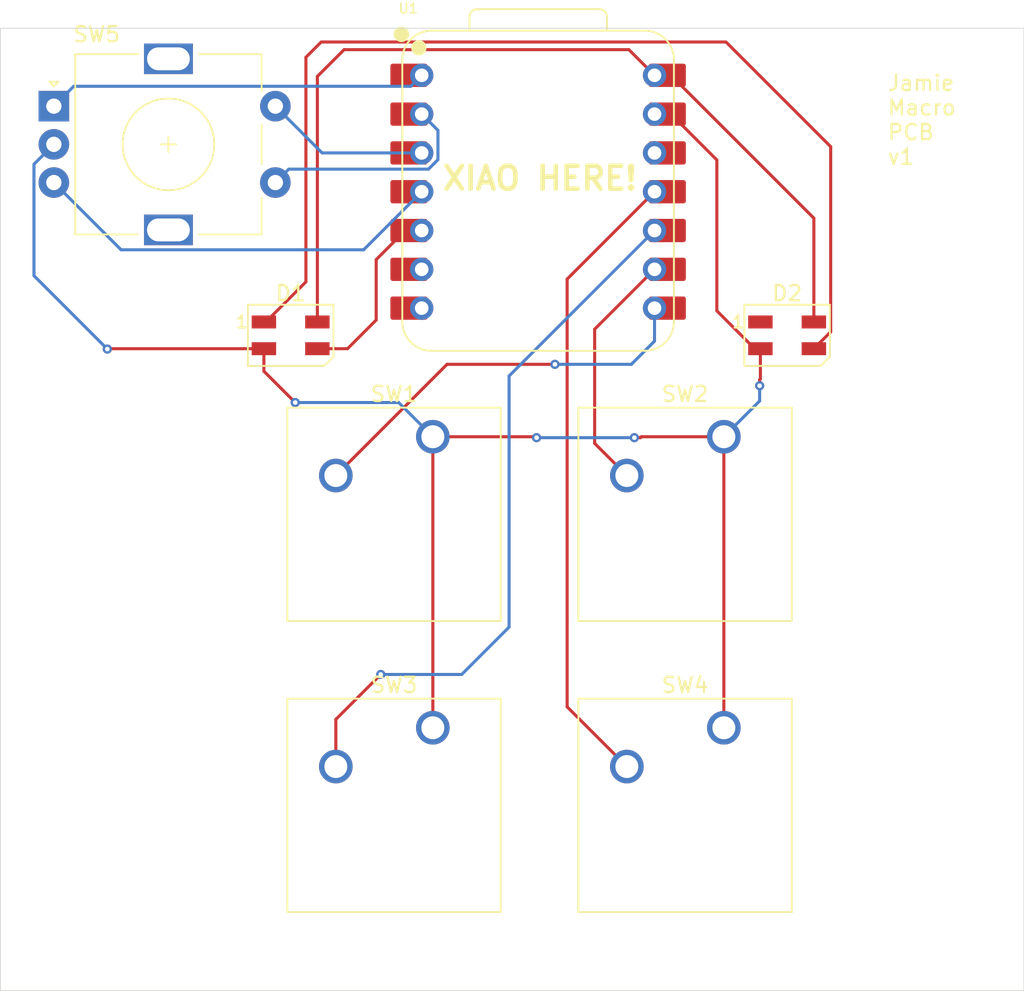
<source format=kicad_pcb>
(kicad_pcb (version 20241229) (generator "pcbnew") (generator_version "9.0")
  (layers (0 "F.Cu" signal) (2 "B.Cu" signal) (13 "F.Paste" user) (15 "B.Paste" user) (5 "F.SilkS" user "F.Silkscreen") (7 "B.SilkS" user "B.Silkscreen") (1 "F.Mask" user) (3 "B.Mask" user) (25 "Edge.Cuts" user))
  (net 0 "")
  (net 1 "+5V")
  (net 2 "Net-(D1-DIN)")
  (net 3 "GND")
  (net 4 "Net-(D1-DOUT)")
  (net 6 "Net-(U1-GPIO1{slash}RX)")
  (net 7 "Net-(U1-GPIO2{slash}SCK)")
  (net 8 "Net-(U1-GPIO4{slash}MISO)")
  (net 9 "Net-(U1-GPIO3{slash}MOSI)")
  (net 10 "Net-(U1-GPIO28{slash}ADC2{slash}A2)")
  (net 12 "Net-(U1-GPIO27{slash}ADC1{slash}A1)")
  (net 14 "Net-(U1-GPIO29{slash}ADC3{slash}A3)")
  (net 15 "Net-(U1-GPIO26{slash}ADC0{slash}A0)")
  (footprint "Button_Switch_Keyboard:SW_Cherry_MX_1.00u_PCB" (layer "F.Cu") (at 57.30875 87.78875)
    (property "Reference" "SW3" (at -2.54 -2.794 0) (layer "F.SilkS"))
    (property "Value" "SW_Push")
    (fp_line (start -9.525 -1.905) (end 4.445 -1.905) (stroke (width 0.12)) (layer "F.SilkS"))
    (fp_line (start -9.525 12.065) (end -9.525 -1.905) (stroke (width 0.12)) (layer "F.SilkS"))
    (fp_line (start 4.445 -1.905) (end 4.445 12.065) (stroke (width 0.12)) (layer "F.SilkS"))
    (fp_line (start 4.445 12.065) (end -9.525 12.065) (stroke (width 0.12)) (layer "F.SilkS"))
    (pad "" np_thru_hole circle (at -7.62 5.08) (size 1.7 1.7) (drill 1.7) (layers "*.Cu" "*.Mask"))
    (pad "" np_thru_hole circle (at -2.54 5.08) (size 4 4) (drill 4) (layers "*.Cu" "*.Mask"))
    (pad "" np_thru_hole circle (at 2.54 5.08) (size 1.7 1.7) (drill 1.7) (layers "*.Cu" "*.Mask"))
    (pad "1" thru_hole circle (at 0 0) (size 2.2 2.2) (drill 1.5) (layers "*.Cu" "*.Mask") (net 3 "GND"))
    (pad "2" thru_hole circle (at -6.35 2.54) (size 2.2 2.2) (drill 1.5) (layers "*.Cu" "*.Mask") (net 8 "Net-(U1-GPIO4{slash}MISO)"))
  )
  (footprint "LED_SMD:LED_SK6812MINI_PLCC4_3.5x3.5mm_P1.75mm" (layer "F.Cu") (at 48 62.1)
    (property "Reference" "D1" (at 0 -2.75 0) (layer "F.SilkS"))
    (property "Value" "SK6812MINI")
    (fp_line (start -2.8 -2) (end -2.8 2) (stroke (width 0.12)) (layer "F.SilkS"))
    (fp_line (start -2.8 -2) (end 2.8 -2) (stroke (width 0.12)) (layer "F.SilkS"))
    (fp_line (start -2.8 2) (end 2.2 2) (stroke (width 0.12)) (layer "F.SilkS"))
    (fp_line (start 2.8 1.4) (end 2.2 2) (stroke (width 0.12)) (layer "F.SilkS"))
    (fp_line (start 2.8 1.4) (end 2.8 -2) (stroke (width 0.12)) (layer "F.SilkS"))
    (fp_text user "1" (at -3.2 -0.875 0) (layer "F.SilkS") (effects (font (size 0.8 0.8))))
    (pad "1" smd rect (at -1.75 -0.875) (size 1.6 0.85) (layers "F.Cu" "F.Mask" "F.Paste") (net 4 "Net-(D1-DOUT)"))
    (pad "2" smd rect (at -1.75 0.875) (size 1.6 0.85) (layers "F.Cu" "F.Mask" "F.Paste") (net 3 "GND"))
    (pad "3" smd rect (at 1.75 0.875) (size 1.6 0.85) (layers "F.Cu" "F.Mask" "F.Paste") (net 2 "Net-(D1-DIN)"))
    (pad "4" smd rect (at 1.75 -0.875) (size 1.6 0.85) (layers "F.Cu" "F.Mask" "F.Paste") (net 1 "+5V"))
  )
  (footprint "Button_Switch_Keyboard:SW_Cherry_MX_1.00u_PCB" (layer "F.Cu") (at 76.35875 87.78875)
    (property "Reference" "SW4" (at -2.54 -2.794 0) (layer "F.SilkS"))
    (property "Value" "SW_Push")
    (fp_line (start -9.525 -1.905) (end 4.445 -1.905) (stroke (width 0.12)) (layer "F.SilkS"))
    (fp_line (start -9.525 12.065) (end -9.525 -1.905) (stroke (width 0.12)) (layer "F.SilkS"))
    (fp_line (start 4.445 -1.905) (end 4.445 12.065) (stroke (width 0.12)) (layer "F.SilkS"))
    (fp_line (start 4.445 12.065) (end -9.525 12.065) (stroke (width 0.12)) (layer "F.SilkS"))
    (pad "" np_thru_hole circle (at -7.62 5.08) (size 1.7 1.7) (drill 1.7) (layers "*.Cu" "*.Mask"))
    (pad "" np_thru_hole circle (at -2.54 5.08) (size 4 4) (drill 4) (layers "*.Cu" "*.Mask"))
    (pad "" np_thru_hole circle (at 2.54 5.08) (size 1.7 1.7) (drill 1.7) (layers "*.Cu" "*.Mask"))
    (pad "1" thru_hole circle (at 0 0) (size 2.2 2.2) (drill 1.5) (layers "*.Cu" "*.Mask") (net 3 "GND"))
    (pad "2" thru_hole circle (at -6.35 2.54) (size 2.2 2.2) (drill 1.5) (layers "*.Cu" "*.Mask") (net 9 "Net-(U1-GPIO3{slash}MOSI)"))
  )
  (footprint "Button_Switch_Keyboard:SW_Cherry_MX_1.00u_PCB" (layer "F.Cu") (at 57.30875 68.73875)
    (property "Reference" "SW1" (at -2.54 -2.794 0) (layer "F.SilkS"))
    (property "Value" "SW_Push")
    (fp_line (start -9.525 -1.905) (end 4.445 -1.905) (stroke (width 0.12)) (layer "F.SilkS"))
    (fp_line (start -9.525 12.065) (end -9.525 -1.905) (stroke (width 0.12)) (layer "F.SilkS"))
    (fp_line (start 4.445 -1.905) (end 4.445 12.065) (stroke (width 0.12)) (layer "F.SilkS"))
    (fp_line (start 4.445 12.065) (end -9.525 12.065) (stroke (width 0.12)) (layer "F.SilkS"))
    (pad "" np_thru_hole circle (at -7.62 5.08) (size 1.7 1.7) (drill 1.7) (layers "*.Cu" "*.Mask"))
    (pad "" np_thru_hole circle (at -2.54 5.08) (size 4 4) (drill 4) (layers "*.Cu" "*.Mask"))
    (pad "" np_thru_hole circle (at 2.54 5.08) (size 1.7 1.7) (drill 1.7) (layers "*.Cu" "*.Mask"))
    (pad "1" thru_hole circle (at 0 0) (size 2.2 2.2) (drill 1.5) (layers "*.Cu" "*.Mask") (net 3 "GND"))
    (pad "2" thru_hole circle (at -6.35 2.54) (size 2.2 2.2) (drill 1.5) (layers "*.Cu" "*.Mask") (net 6 "Net-(U1-GPIO1{slash}RX)"))
  )
  (footprint "OPL Lib:XIAO-RP2040-DIP" (layer "F.Cu") (at 64.2 52.7)
    (property "Reference" "U1" (at -8.5 -12 0) (layer "F.SilkS") (effects (font (size 0.635 0.635) (thickness 0.1016))))
    (property "Value" "XIAO-RP2040-DIP" (hide yes))
    (fp_line (start -8.89 8.509) (end -8.89 -8.636) (stroke (width 0.127)) (layer "F.SilkS"))
    (fp_line (start -6.985 10.414) (end 6.985 10.414) (stroke (width 0.127)) (layer "F.SilkS"))
    (fp_line (start -4.495 -10.541) (end -4.491272 -11.451272) (stroke (width 0.127)) (layer "F.SilkS"))
    (fp_line (start -3.991272 -11.951) (end 4.004 -11.951) (stroke (width 0.127)) (layer "F.SilkS"))
    (fp_line (start 4.504 -11.451) (end 4.504 -10.541) (stroke (width 0.127)) (layer "F.SilkS"))
    (fp_line (start 6.985 -10.541) (end -6.985 -10.541) (stroke (width 0.1)) (layer "F.SilkS"))
    (fp_line (start 6.985 -10.541) (end -6.985 -10.541) (stroke (width 0.127)) (layer "F.SilkS"))
    (fp_line (start 8.89 8.509) (end 8.89 -8.636) (stroke (width 0.127)) (layer "F.SilkS"))
    (fp_arc (start -8.89 -8.636) (mid -8.332038 -9.983038) (end -6.985 -10.541) (stroke (width 0.127)) (layer "F.SilkS"))
    (fp_arc (start -6.985 10.414) (mid -8.332038 9.856038) (end -8.89 8.509) (stroke (width 0.127)) (layer "F.SilkS"))
    (fp_arc (start -4.491272 -11.451272) (mid -4.344728 -11.80464) (end -3.991272 -11.951) (stroke (width 0.127)) (layer "F.SilkS"))
    (fp_arc (start 4.004 -11.951) (mid 4.357553 -11.804553) (end 4.504 -11.451) (stroke (width 0.127)) (layer "F.SilkS"))
    (fp_arc (start 6.985 -10.541) (mid 8.332038 -9.983038) (end 8.89 -8.636) (stroke (width 0.127)) (layer "F.SilkS"))
    (fp_arc (start 8.89 8.509) (mid 8.332038 9.856038) (end 6.985 10.414) (stroke (width 0.127)) (layer "F.SilkS"))
    (fp_circle (center -8.95 -10.3) (end -8.95 -10.554) (stroke (width 0.5)) (fill yes) (layer "F.SilkS"))
    (fp_circle (center -7.807 -9.42) (end -7.807 -9.674) (stroke (width 0.5)) (fill yes) (layer "F.SilkS"))
    (pad "1" smd roundrect (at -8.455 -7.62 180) (size 2.432 1.524) (layers "F.Cu" "F.Mask") (roundrect_rratio 0.1) (net 15 "Net-(U1-GPIO26{slash}ADC0{slash}A0)"))
    (pad "1" thru_hole circle (at -7.62 -7.62 180) (size 1.524 1.524) (drill 0.889) (layers "*.Cu" "*.Mask") (net 15 "Net-(U1-GPIO26{slash}ADC0{slash}A0)"))
    (pad "2" smd roundrect (at -8.455 -5.08 180) (size 2.432 1.524) (layers "F.Cu" "F.Mask") (roundrect_rratio 0.1) (net 12 "Net-(U1-GPIO27{slash}ADC1{slash}A1)"))
    (pad "2" thru_hole circle (at -7.62 -5.08 180) (size 1.524 1.524) (drill 0.889) (layers "*.Cu" "*.Mask") (net 12 "Net-(U1-GPIO27{slash}ADC1{slash}A1)"))
    (pad "3" smd roundrect (at -8.455 -2.54 180) (size 2.432 1.524) (layers "F.Cu" "F.Mask") (roundrect_rratio 0.1) (net 10 "Net-(U1-GPIO28{slash}ADC2{slash}A2)"))
    (pad "3" thru_hole circle (at -7.62 -2.54 180) (size 1.524 1.524) (drill 0.889) (layers "*.Cu" "*.Mask") (net 10 "Net-(U1-GPIO28{slash}ADC2{slash}A2)"))
    (pad "4" smd roundrect (at -8.455 0 180) (size 2.432 1.524) (layers "F.Cu" "F.Mask") (roundrect_rratio 0.1) (net 14 "Net-(U1-GPIO29{slash}ADC3{slash}A3)"))
    (pad "4" thru_hole circle (at -7.62 0 180) (size 1.524 1.524) (drill 0.889) (layers "*.Cu" "*.Mask") (net 14 "Net-(U1-GPIO29{slash}ADC3{slash}A3)"))
    (pad "5" smd roundrect (at -8.455 2.54 180) (size 2.432 1.524) (layers "F.Cu" "F.Mask") (roundrect_rratio 0.1) (net 2 "Net-(D1-DIN)"))
    (pad "5" thru_hole circle (at -7.62 2.54 180) (size 1.524 1.524) (drill 0.889) (layers "*.Cu" "*.Mask") (net 2 "Net-(D1-DIN)"))
    (pad "6" smd roundrect (at -8.455 5.08 180) (size 2.432 1.524) (layers "F.Cu" "F.Mask") (roundrect_rratio 0.1))
    (pad "6" thru_hole circle (at -7.62 5.08 180) (size 1.524 1.524) (drill 0.889) (layers "*.Cu" "*.Mask"))
    (pad "7" smd roundrect (at -8.455 7.62 180) (size 2.432 1.524) (layers "F.Cu" "F.Mask") (roundrect_rratio 0.1))
    (pad "7" thru_hole circle (at -7.62 7.62 180) (size 1.524 1.524) (drill 0.889) (layers "*.Cu" "*.Mask"))
    (pad "8" thru_hole circle (at 7.62 7.62) (size 1.524 1.524) (drill 0.889) (layers "*.Cu" "*.Mask") (net 6 "Net-(U1-GPIO1{slash}RX)"))
    (pad "8" smd roundrect (at 8.455 7.62) (size 2.432 1.524) (layers "F.Cu" "F.Mask") (roundrect_rratio 0.1) (net 6 "Net-(U1-GPIO1{slash}RX)"))
    (pad "9" thru_hole circle (at 7.62 5.08) (size 1.524 1.524) (drill 0.889) (layers "*.Cu" "*.Mask") (net 7 "Net-(U1-GPIO2{slash}SCK)"))
    (pad "9" smd roundrect (at 8.455 5.08) (size 2.432 1.524) (layers "F.Cu" "F.Mask") (roundrect_rratio 0.1) (net 7 "Net-(U1-GPIO2{slash}SCK)"))
    (pad "10" thru_hole circle (at 7.62 2.54) (size 1.524 1.524) (drill 0.889) (layers "*.Cu" "*.Mask") (net 8 "Net-(U1-GPIO4{slash}MISO)"))
    (pad "10" smd roundrect (at 8.455 2.54) (size 2.432 1.524) (layers "F.Cu" "F.Mask") (roundrect_rratio 0.1) (net 8 "Net-(U1-GPIO4{slash}MISO)"))
    (pad "11" thru_hole circle (at 7.62 0) (size 1.524 1.524) (drill 0.889) (layers "*.Cu" "*.Mask") (net 9 "Net-(U1-GPIO3{slash}MOSI)"))
    (pad "11" smd roundrect (at 8.455 0) (size 2.432 1.524) (layers "F.Cu" "F.Mask") (roundrect_rratio 0.1) (net 9 "Net-(U1-GPIO3{slash}MOSI)"))
    (pad "12" thru_hole circle (at 7.62 -2.54) (size 1.524 1.524) (drill 0.889) (layers "*.Cu" "*.Mask"))
    (pad "12" smd roundrect (at 8.455 -2.54) (size 2.432 1.524) (layers "F.Cu" "F.Mask") (roundrect_rratio 0.1))
    (pad "13" thru_hole circle (at 7.62 -5.08) (size 1.524 1.524) (drill 0.889) (layers "*.Cu" "*.Mask") (net 3 "GND"))
    (pad "13" smd roundrect (at 8.455 -5.08) (size 2.432 1.524) (layers "F.Cu" "F.Mask") (roundrect_rratio 0.1) (net 3 "GND"))
    (pad "14" thru_hole circle (at 7.62 -7.62) (size 1.524 1.524) (drill 0.889) (layers "*.Cu" "*.Mask") (net 1 "+5V"))
    (pad "14" smd roundrect (at 8.455 -7.62) (size 2.432 1.524) (layers "F.Cu" "F.Mask") (roundrect_rratio 0.1) (net 1 "+5V"))
  )
  (footprint "Button_Switch_Keyboard:SW_Cherry_MX_1.00u_PCB" (layer "F.Cu") (at 76.35875 68.73875)
    (property "Reference" "SW2" (at -2.54 -2.794 0) (layer "F.SilkS"))
    (property "Value" "SW_Push")
    (fp_line (start -9.525 -1.905) (end 4.445 -1.905) (stroke (width 0.12)) (layer "F.SilkS"))
    (fp_line (start -9.525 12.065) (end -9.525 -1.905) (stroke (width 0.12)) (layer "F.SilkS"))
    (fp_line (start 4.445 -1.905) (end 4.445 12.065) (stroke (width 0.12)) (layer "F.SilkS"))
    (fp_line (start 4.445 12.065) (end -9.525 12.065) (stroke (width 0.12)) (layer "F.SilkS"))
    (pad "" np_thru_hole circle (at -7.62 5.08) (size 1.7 1.7) (drill 1.7) (layers "*.Cu" "*.Mask"))
    (pad "" np_thru_hole circle (at -2.54 5.08) (size 4 4) (drill 4) (layers "*.Cu" "*.Mask"))
    (pad "" np_thru_hole circle (at 2.54 5.08) (size 1.7 1.7) (drill 1.7) (layers "*.Cu" "*.Mask"))
    (pad "1" thru_hole circle (at 0 0) (size 2.2 2.2) (drill 1.5) (layers "*.Cu" "*.Mask") (net 3 "GND"))
    (pad "2" thru_hole circle (at -6.35 2.54) (size 2.2 2.2) (drill 1.5) (layers "*.Cu" "*.Mask") (net 7 "Net-(U1-GPIO2{slash}SCK)"))
  )
  (footprint "LED_SMD:LED_SK6812MINI_PLCC4_3.5x3.5mm_P1.75mm" (layer "F.Cu") (at 80.5 62.1)
    (property "Reference" "D2" (at 0 -2.75 0) (layer "F.SilkS"))
    (property "Value" "SK6812MINI")
    (fp_line (start -2.8 -2) (end -2.8 2) (stroke (width 0.12)) (layer "F.SilkS"))
    (fp_line (start -2.8 -2) (end 2.8 -2) (stroke (width 0.12)) (layer "F.SilkS"))
    (fp_line (start -2.8 2) (end 2.2 2) (stroke (width 0.12)) (layer "F.SilkS"))
    (fp_line (start 2.8 1.4) (end 2.2 2) (stroke (width 0.12)) (layer "F.SilkS"))
    (fp_line (start 2.8 1.4) (end 2.8 -2) (stroke (width 0.12)) (layer "F.SilkS"))
    (fp_text user "1" (at -3.2 -0.875 0) (layer "F.SilkS") (effects (font (size 0.8 0.8))))
    (pad "1" smd rect (at -1.75 -0.875) (size 1.6 0.85) (layers "F.Cu" "F.Mask" "F.Paste"))
    (pad "2" smd rect (at -1.75 0.875) (size 1.6 0.85) (layers "F.Cu" "F.Mask" "F.Paste") (net 3 "GND"))
    (pad "3" smd rect (at 1.75 0.875) (size 1.6 0.85) (layers "F.Cu" "F.Mask" "F.Paste") (net 4 "Net-(D1-DOUT)"))
    (pad "4" smd rect (at 1.75 -0.875) (size 1.6 0.85) (layers "F.Cu" "F.Mask" "F.Paste") (net 1 "+5V"))
  )
  (footprint "RotEnc EC11:RotaryEncoder_Alps_EC11E-Switch_Vertical_H20mm" (layer "F.Cu") (at 32.5 47.1)
    (property "Reference" "SW5" (at 2.8 -4.7 0) (layer "F.SilkS"))
    (property "Value" "RotaryEncoder_Switch")
    (fp_line (start -0.3 -1.6) (end 0.3 -1.6) (stroke (width 0.12)) (layer "F.SilkS"))
    (fp_line (start 0 -1.3) (end -0.3 -1.6) (stroke (width 0.12)) (layer "F.SilkS"))
    (fp_line (start 0.3 -1.6) (end 0 -1.3) (stroke (width 0.12)) (layer "F.SilkS"))
    (fp_line (start 1.4 -3.4) (end 1.4 8.4) (stroke (width 0.12)) (layer "F.SilkS"))
    (fp_line (start 5.5 -3.4) (end 1.4 -3.4) (stroke (width 0.12)) (layer "F.SilkS"))
    (fp_line (start 5.5 8.4) (end 1.4 8.4) (stroke (width 0.12)) (layer "F.SilkS"))
    (fp_line (start 7 2.5) (end 8 2.5) (stroke (width 0.12)) (layer "F.SilkS"))
    (fp_line (start 7.5 2) (end 7.5 3) (stroke (width 0.12)) (layer "F.SilkS"))
    (fp_line (start 9.5 -3.4) (end 13.6 -3.4) (stroke (width 0.12)) (layer "F.SilkS"))
    (fp_line (start 13.6 -3.4) (end 13.6 -1) (stroke (width 0.12)) (layer "F.SilkS"))
    (fp_line (start 13.6 1.2) (end 13.6 3.8) (stroke (width 0.12)) (layer "F.SilkS"))
    (fp_line (start 13.6 6) (end 13.6 8.4) (stroke (width 0.12)) (layer "F.SilkS"))
    (fp_line (start 13.6 8.4) (end 9.5 8.4) (stroke (width 0.12)) (layer "F.SilkS"))
    (fp_circle (center 7.5 2.5) (end 10.5 2.5) (stroke (width 0.12)) (fill no) (layer "F.SilkS"))
    (pad "A" thru_hole rect (at 0 0) (size 2 2) (drill 1) (layers "*.Cu" "*.Mask") (net 15 "Net-(U1-GPIO26{slash}ADC0{slash}A0)"))
    (pad "B" thru_hole circle (at 0 5) (size 2 2) (drill 1) (layers "*.Cu" "*.Mask") (net 14 "Net-(U1-GPIO29{slash}ADC3{slash}A3)"))
    (pad "C" thru_hole circle (at 0 2.5) (size 2 2) (drill 1) (layers "*.Cu" "*.Mask") (net 3 "GND"))
    (pad "MP" thru_hole rect (at 7.5 -3.1) (size 3.2 2) (drill oval 2.8 1.5) (layers "*.Cu" "*.Mask"))
    (pad "MP" thru_hole rect (at 7.5 8.1) (size 3.2 2) (drill oval 2.8 1.5) (layers "*.Cu" "*.Mask"))
    (pad "S1" thru_hole circle (at 14.5 5) (size 2 2) (drill 1) (layers "*.Cu" "*.Mask") (net 12 "Net-(U1-GPIO27{slash}ADC1{slash}A1)"))
    (pad "S2" thru_hole circle (at 14.5 0) (size 2 2) (drill 1) (layers "*.Cu" "*.Mask") (net 10 "Net-(U1-GPIO28{slash}ADC2{slash}A2)"))
  )
  (gr_rect (start 29 42) (end 96 105) (stroke (width 0.05)) (fill no) (layer "Edge.Cuts"))
  (gr_text "Jamie \nMacro\nPCB\nv1" (at 87 51 0) (layer "F.SilkS") (effects (font (size 1 1)) (justify left bottom)))
  (gr_text "XIAO HERE!" (at 57.8 52.7 0) (layer "F.SilkS") (effects (font (size 1.5 1.5) (thickness 0.3) (bold yes)) (justify left bottom)))
  (segment (start 51.5 43.4) (end 49.75 45.15) (width 0.2) (layer "F.Cu") (net 1))
  (segment (start 71.82 45.08) (end 72.89763 45.08) (width 0.2) (layer "F.Cu") (net 1))
  (segment (start 49.75 45.15) (end 49.75 61.225) (width 0.2) (layer "F.Cu") (net 1))
  (segment (start 71.82 45.08) (end 70.14 43.4) (width 0.2) (layer "F.Cu") (net 1))
  (segment (start 70.14 43.4) (end 51.5 43.4) (width 0.2) (layer "F.Cu") (net 1))
  (segment (start 72.89763 45.08) (end 82.25 54.43237) (width 0.2) (layer "F.Cu") (net 1))
  (segment (start 82.25 54.43237) (end 82.25 61.225) (width 0.2) (layer "F.Cu") (net 1))
  (segment (start 53.6 57.14237) (end 53.6 61.1) (width 0.2) (layer "F.Cu") (net 2))
  (segment (start 56.58 55.24) (end 55.50237 55.24) (width 0.2) (layer "F.Cu") (net 2))
  (segment (start 55.50237 55.24) (end 53.6 57.14237) (width 0.2) (layer "F.Cu") (net 2))
  (segment (start 51.725 62.975) (end 49.75 62.975) (width 0.2) (layer "F.Cu") (net 2))
  (segment (start 53.6 61.1) (end 51.725 62.975) (width 0.2) (layer "F.Cu") (net 2))
  (segment (start 78.7 65) (end 78.75 64.95) (width 0.2) (layer "F.Cu") (net 3))
  (segment (start 71.82 47.62) (end 72.655 47.62) (width 0.2) (layer "F.Cu") (net 3))
  (segment (start 75.9 60.5) (end 78.375 62.975) (width 0.2) (layer "F.Cu") (net 3))
  (segment (start 78.375 62.975) (end 78.75 62.975) (width 0.2) (layer "F.Cu") (net 3))
  (segment (start 78.75 64.95) (end 78.75 62.975) (width 0.2) (layer "F.Cu") (net 3))
  (segment (start 64.03875 68.73875) (end 64.1 68.8) (width 0.2) (layer "F.Cu") (net 3))
  (segment (start 70.9 68.8) (end 70.96125 68.73875) (width 0.2) (layer "F.Cu") (net 3))
  (segment (start 70.5 68.8) (end 70.9 68.8) (width 0.2) (layer "F.Cu") (net 3))
  (segment (start 70.96125 68.73875) (end 76.35875 68.73875) (width 0.2) (layer "F.Cu") (net 3))
  (segment (start 57.30875 68.73875) (end 64.03875 68.73875) (width 0.2) (layer "F.Cu") (net 3))
  (segment (start 78.7 65.4) (end 78.7 65) (width 0.2) (layer "F.Cu") (net 3))
  (segment (start 71.82 47.62) (end 72.89763 47.62) (width 0.2) (layer "F.Cu") (net 3))
  (segment (start 46.25 64.45) (end 46.25 62.975) (width 0.2) (layer "F.Cu") (net 3))
  (segment (start 72.89763 47.62) (end 75.9 50.62237) (width 0.2) (layer "F.Cu") (net 3))
  (segment (start 57.30875 68.73875) (end 57.30875 87.78875) (width 0.2) (layer "F.Cu") (net 3))
  (segment (start 36 63) (end 36.025 62.975) (width 0.2) (layer "F.Cu") (net 3))
  (segment (start 36.025 62.975) (end 46.25 62.975) (width 0.2) (layer "F.Cu") (net 3))
  (segment (start 75.9 50.62237) (end 75.9 60.5) (width 0.2) (layer "F.Cu") (net 3))
  (segment (start 76.35875 68.73875) (end 76.35875 87.78875) (width 0.2) (layer "F.Cu") (net 3))
  (segment (start 48.3 66.5) (end 46.25 64.45) (width 0.2) (layer "F.Cu") (net 3))
  (via (at 64.1 68.8) (size 0.6) (drill 0.3) (layers "F.Cu" "B.Cu") (net 3))
  (via (at 36 63) (size 0.6) (drill 0.3) (layers "F.Cu" "B.Cu") (net 3))
  (via (at 48.3 66.5) (size 0.6) (drill 0.3) (layers "F.Cu" "B.Cu") (net 3))
  (via (at 78.7 65.4) (size 0.6) (drill 0.3) (layers "F.Cu" "B.Cu") (net 3))
  (via (at 70.5 68.8) (size 0.6) (drill 0.3) (layers "F.Cu" "B.Cu") (net 3))
  (segment (start 31.199 50.901) (end 31.199 58.199) (width 0.2) (layer "B.Cu") (net 3))
  (segment (start 78.7 66.3975) (end 78.7 65.4) (width 0.2) (layer "B.Cu") (net 3))
  (segment (start 32.5 49.6) (end 31.199 50.901) (width 0.2) (layer "B.Cu") (net 3))
  (segment (start 76.35875 68.73875) (end 78.7 66.3975) (width 0.2) (layer "B.Cu") (net 3))
  (segment (start 55.07 66.5) (end 48.3 66.5) (width 0.2) (layer "B.Cu") (net 3))
  (segment (start 31.199 58.199) (end 36 63) (width 0.2) (layer "B.Cu") (net 3))
  (segment (start 64.1 68.8) (end 70.5 68.8) (width 0.2) (layer "B.Cu") (net 3))
  (segment (start 57.30875 68.73875) (end 55.07 66.5) (width 0.2) (layer "B.Cu") (net 3))
  (segment (start 50 42.9) (end 76.5 42.9) (width 0.2) (layer "F.Cu") (net 4))
  (segment (start 46.25 61.225) (end 46.25 61.35) (width 0.2) (layer "F.Cu") (net 4))
  (segment (start 83.351 61.874) (end 82.25 62.975) (width 0.2) (layer "F.Cu") (net 4))
  (segment (start 76.5 42.9) (end 83.351 49.751) (width 0.2) (layer "F.Cu") (net 4))
  (segment (start 49 58.6) (end 49 43.9) (width 0.2) (layer "F.Cu") (net 4))
  (segment (start 46.25 61.35) (end 49 58.6) (width 0.2) (layer "F.Cu") (net 4))
  (segment (start 49 43.9) (end 50 42.9) (width 0.2) (layer "F.Cu") (net 4))
  (segment (start 83.351 49.751) (end 83.351 61.874) (width 0.2) (layer "F.Cu") (net 4))
  (segment (start 58.2375 64) (end 50.95875 71.27875) (width 0.2) (layer "F.Cu") (net 6))
  (segment (start 65.3 64) (end 58.2375 64) (width 0.2) (layer "F.Cu") (net 6))
  (via (at 65.3 64) (size 0.6) (drill 0.3) (layers "F.Cu" "B.Cu") (net 6))
  (segment (start 71.82 62.48) (end 70.4 63.9) (width 0.2) (layer "B.Cu") (net 6))
  (segment (start 70.4 63.9) (end 70.3 64) (width 0.2) (layer "B.Cu") (net 6))
  (segment (start 70.3 64) (end 65.3 64) (width 0.2) (layer "B.Cu") (net 6))
  (segment (start 71.82 60.32) (end 71.82 62.48) (width 0.2) (layer "B.Cu") (net 6))
  (segment (start 71.82 57.78) (end 67.9 61.7) (width 0.2) (layer "F.Cu") (net 7))
  (segment (start 67.9 69.17) (end 70.00875 71.27875) (width 0.2) (layer "F.Cu") (net 7))
  (segment (start 67.9 61.7) (end 67.9 69.17) (width 0.2) (layer "F.Cu") (net 7))
  (segment (start 50.95875 87.24125) (end 50.95875 90.32875) (width 0.2) (layer "F.Cu") (net 8))
  (segment (start 53.9 84.3) (end 50.95875 87.24125) (width 0.2) (layer "F.Cu") (net 8))
  (via (at 53.9 84.3) (size 0.6) (drill 0.3) (layers "F.Cu" "B.Cu") (net 8))
  (segment (start 59.7 83.8) (end 59.2 84.3) (width 0.2) (layer "B.Cu") (net 8))
  (segment (start 71.82 55.24) (end 62.3 64.76) (width 0.2) (layer "B.Cu") (net 8))
  (segment (start 62.3 68.5) (end 62.3 81.2) (width 0.2) (layer "B.Cu") (net 8))
  (segment (start 62.3 81.2) (end 59.7 83.8) (width 0.2) (layer "B.Cu") (net 8))
  (segment (start 59.2 84.3) (end 53.9 84.3) (width 0.2) (layer "B.Cu") (net 8))
  (segment (start 62.3 64.76) (end 62.3 68.5) (width 0.2) (layer "B.Cu") (net 8))
  (segment (start 66.1 58.42) (end 66.1 86.42) (width 0.2) (layer "F.Cu") (net 9))
  (segment (start 71.82 52.7) (end 66.1 58.42) (width 0.2) (layer "F.Cu") (net 9))
  (segment (start 66.1 86.42) (end 70.00875 90.32875) (width 0.2) (layer "F.Cu") (net 9))
  (segment (start 50.06 50.16) (end 56.58 50.16) (width 0.2) (layer "B.Cu") (net 10))
  (segment (start 47 47.1) (end 50.06 50.16) (width 0.2) (layer "B.Cu") (net 10))
  (segment (start 57.643 48.683) (end 56.58 47.62) (width 0.2) (layer "B.Cu") (net 12))
  (segment (start 47.877 51.223) (end 57.02031 51.223) (width 0.2) (layer "B.Cu") (net 12))
  (segment (start 57.02031 51.223) (end 57.643 50.60031) (width 0.2) (layer "B.Cu") (net 12))
  (segment (start 47 52.1) (end 47.877 51.223) (width 0.2) (layer "B.Cu") (net 12))
  (segment (start 57.643 50.60031) (end 57.643 48.683) (width 0.2) (layer "B.Cu") (net 12))
  (segment (start 52.779 56.501) (end 56.58 52.7) (width 0.2) (layer "B.Cu") (net 14))
  (segment (start 36.901 56.501) (end 52.779 56.501) (width 0.2) (layer "B.Cu") (net 14))
  (segment (start 32.5 52.1) (end 36.901 56.501) (width 0.2) (layer "B.Cu") (net 14))
  (segment (start 33.801 45.799) (end 55.861 45.799) (width 0.2) (layer "B.Cu") (net 15))
  (segment (start 32.5 47.1) (end 33.801 45.799) (width 0.2) (layer "B.Cu") (net 15))
  (segment (start 55.861 45.799) (end 56.58 45.08) (width 0.2) (layer "B.Cu") (net 15))
)
</source>
